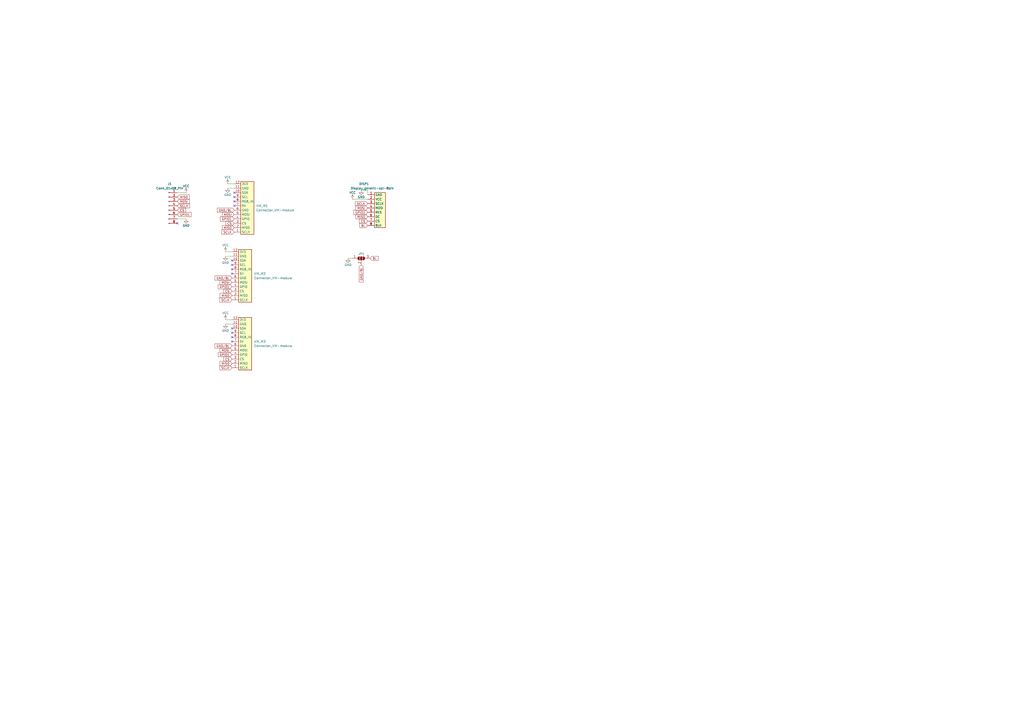
<source format=kicad_sch>
(kicad_sch (version 20230121) (generator eeschema)
  (paper "A2")
  (lib_symbols
    (symbol "Connector:Conn_01x08_Pin" (pin_names (offset 1.016) hide)
      (property "Reference" "J" (at 0 10.16 0))
      (property "Value" "Conn_01x08_Pin" (at 0 -12.7 0))
      (symbol "Conn_01x08_Pin_1_1"
        (polyline (pts (xy 1.27 -10.16) (xy 0.8636 -10.16)) (stroke (width 0.1524)))
        (polyline (pts (xy 1.27 -7.62) (xy 0.8636 -7.62)) (stroke (width 0.1524)))
        (polyline (pts (xy 1.27 -5.08) (xy 0.8636 -5.08)) (stroke (width 0.1524)))
        (polyline (pts (xy 1.27 -2.54) (xy 0.8636 -2.54)) (stroke (width 0.1524)))
        (polyline (pts (xy 1.27 0) (xy 0.8636 0)) (stroke (width 0.1524)))
        (polyline (pts (xy 1.27 2.54) (xy 0.8636 2.54)) (stroke (width 0.1524)))
        (polyline (pts (xy 1.27 5.08) (xy 0.8636 5.08)) (stroke (width 0.1524)))
        (polyline (pts (xy 1.27 7.62) (xy 0.8636 7.62)) (stroke (width 0.1524)))
        (rectangle (start 0.8636 -10.033) (end 0 -10.287) (stroke (width 0.1524)) (fill (type outline)))
        (rectangle (start 0.8636 -7.493) (end 0 -7.747) (stroke (width 0.1524)) (fill (type outline)))
        (rectangle (start 0.8636 -4.953) (end 0 -5.207) (stroke (width 0.1524)) (fill (type outline)))
        (rectangle (start 0.8636 -2.413) (end 0 -2.667) (stroke (width 0.1524)) (fill (type outline)))
        (rectangle (start 0.8636 0.127) (end 0 -0.127) (stroke (width 0.1524)) (fill (type outline)))
        (rectangle (start 0.8636 2.667) (end 0 2.413) (stroke (width 0.1524)) (fill (type outline)))
        (rectangle (start 0.8636 5.207) (end 0 4.953) (stroke (width 0.1524)) (fill (type outline)))
        (rectangle (start 0.8636 7.747) (end 0 7.493) (stroke (width 0.1524)) (fill (type outline)))
        (pin passive line (at 5.08 7.62 180) (length 3.81) (name "Pin_1") (number "1"))
        (pin passive line (at 5.08 5.08 180) (length 3.81) (name "Pin_2") (number "2"))
        (pin passive line (at 5.08 2.54 180) (length 3.81) (name "Pin_3") (number "3"))
        (pin passive line (at 5.08 0 180) (length 3.81) (name "Pin_4") (number "4"))
        (pin passive line (at 5.08 -2.54 180) (length 3.81) (name "Pin_5") (number "5"))
        (pin passive line (at 5.08 -5.08 180) (length 3.81) (name "Pin_6") (number "6"))
        (pin passive line (at 5.08 -7.62 180) (length 3.81) (name "Pin_7") (number "7"))
        (pin passive line (at 5.08 -10.16 180) (length 3.81) (name "Pin_8") (number "8"))
      )
    )
    (symbol "Jumper:SolderJumper_3_Open" (pin_names (offset 0) hide)
      (property "Reference" "JP" (at -2.54 -2.54 0))
      (property "Value" "SolderJumper_3_Open" (at 0 2.794 0))
      (symbol "SolderJumper_3_Open_0_1"
        (arc (start -1.016 1.016) (mid -2.0276 0) (end -1.016 -1.016))
        (arc (start -1.016 1.016) (mid -2.0276 0) (end -1.016 -1.016) (fill (type outline)))
        (rectangle (start -0.508 1.016) (end 0.508 -1.016) (fill (type outline)))
        (polyline (pts (xy -2.54 0) (xy -2.032 0)))
        (polyline (pts (xy -1.016 1.016) (xy -1.016 -1.016)))
        (polyline (pts (xy 0 -1.27) (xy 0 -1.016)))
        (polyline (pts (xy 1.016 1.016) (xy 1.016 -1.016)))
        (polyline (pts (xy 2.54 0) (xy 2.032 0)))
        (arc (start 1.016 -1.016) (mid 2.0276 0) (end 1.016 1.016))
        (arc (start 1.016 -1.016) (mid 2.0276 0) (end 1.016 1.016) (fill (type outline)))
      )
      (symbol "SolderJumper_3_Open_1_1"
        (pin passive line (at -5.08 0 0) (length 2.54) (name "A") (number "1"))
        (pin passive line (at 0 -3.81 90) (length 2.54) (name "C") (number "2"))
        (pin passive line (at 5.08 0 180) (length 2.54) (name "B") (number "3"))
      )
    )
    (symbol "power:GND" (power) (pin_names (offset 0))
      (property "Value" "GND" (at 0 -3.81 0))
      (symbol "GND_0_1"
        (polyline (pts (xy 0 0) (xy 0 -1.27) (xy 1.27 -1.27) (xy 0 -2.54) (xy -1.27 -1.27) (xy 0 -1.27)))
      )
      (symbol "GND_1_1"
        (pin power_in line (at 0 0 270) (length 0) hide (name "GND") (number "1"))
      )
    )
    (symbol "power:VCC" (power) (pin_names (offset 0))
      (property "Value" "VCC" (at 0 3.81 0))
      (symbol "VCC_0_1"
        (polyline (pts (xy -0.762 1.27) (xy 0 2.54)))
        (polyline (pts (xy 0 0) (xy 0 2.54)))
        (polyline (pts (xy 0 2.54) (xy 0.762 1.27)))
      )
      (symbol "VCC_1_1"
        (pin power_in line (at 0 0 90) (length 0) hide (name "VCC") (number "1"))
      )
    )
    (symbol "zzkeeb:Connector_VIK-module"
      (property "Reference" "VIK_M" (at -1.27 -19.05 0))
      (property "Value" "Connector_VIK-module" (at -1.27 -16.51 0))
      (symbol "Connector_VIK-module_1_1"
        (rectangle (start 0 16.51) (end 7.62 -13.97) (stroke (width 0.254)) (fill (type background)))
        (pin input line (at -3.81 -12.7 0) (length 3.81) (name "SCLK") (number "1"))
        (pin bidirectional line (at -3.81 10.16 0) (length 3.81) (name "SDA") (number "10"))
        (pin power_in line (at -3.81 12.7 0) (length 3.81) (name "GND") (number "11"))
        (pin power_in line (at -3.81 15.24 0) (length 3.81) (name "3V3") (number "12"))
        (pin output line (at -3.81 -10.16 0) (length 3.81) (name "MISO") (number "2"))
        (pin input line (at -3.81 -7.62 0) (length 3.81) (name "CS") (number "3"))
        (pin bidirectional line (at -3.81 -5.08 0) (length 3.81) (name "GPIO") (number "4"))
        (pin input line (at -3.81 -2.54 0) (length 3.81) (name "MOSI") (number "5"))
        (pin power_in line (at -3.81 0 0) (length 3.81) (name "GND") (number "6"))
        (pin power_in line (at -3.81 2.54 0) (length 3.81) (name "5V") (number "7"))
        (pin input line (at -3.81 5.08 0) (length 3.81) (name "RGB_IN") (number "8"))
        (pin bidirectional line (at -3.81 7.62 0) (length 3.81) (name "SCL") (number "9"))
      )
    )
    (symbol "zzkeeb:Display_generic-spi-8pin"
      (property "Reference" "J" (at 0 15.24 0))
      (property "Value" "Display_generic-spi-8pin" (at -3.81 12.7 0))
      (symbol "Display_generic-spi-8pin_1_1"
        (rectangle (start -2.54 10.16) (end 3.81 -10.16) (stroke (width 0.254)) (fill (type background)))
        (pin power_in line (at -6.35 8.89 0) (length 3.81) (name "GND") (number "1"))
        (pin power_in line (at -6.35 6.35 0) (length 3.81) (name "VCC") (number "2"))
        (pin input line (at -6.35 3.81 0) (length 3.81) (name "SCLK") (number "3"))
        (pin input line (at -6.35 1.27 0) (length 3.81) (name "MOSI") (number "4"))
        (pin input line (at -6.35 -1.27 0) (length 3.81) (name "RES") (number "5"))
        (pin input line (at -6.35 -3.81 0) (length 3.81) (name "DC") (number "6"))
        (pin input line (at -6.35 -6.35 0) (length 3.81) (name "CS") (number "7"))
        (pin input line (at -6.35 -8.89 0) (length 3.81) (name "BLK") (number "8"))
      )
    )
  )
  (no_connect (at 134.62 193.04))
  (no_connect (at 134.62 195.58))
  (no_connect (at 134.62 190.5))
  (no_connect (at 134.62 153.67))
  (no_connect (at 135.89 111.76))
  (no_connect (at 134.62 158.75))
  (no_connect (at 135.89 119.38))
  (no_connect (at 135.89 114.3))
  (no_connect (at 134.62 156.21))
  (no_connect (at 135.89 116.84))
  (no_connect (at 134.62 151.13))
  (no_connect (at 134.62 198.12))
  (no_connect (at 102.87 129.54))
  (wire (pts (xy 132.08 106.68) (xy 135.89 106.68)))
  (wire (pts (xy 213.36 110.49) (xy 213.36 113.03)))
  (wire (pts (xy 209.55 110.49) (xy 213.36 110.49)))
  (wire (pts (xy 132.08 109.22) (xy 135.89 109.22)))
  (wire (pts (xy 102.87 127) (xy 107.95 127)))
  (wire (pts (xy 102.87 111.76) (xy 107.95 111.76)))
  (wire (pts (xy 130.81 187.96) (xy 134.62 187.96)))
  (wire (pts (xy 130.81 148.59) (xy 134.62 148.59)))
  (wire (pts (xy 201.93 149.86) (xy 204.47 149.86)))
  (wire (pts (xy 204.47 115.57) (xy 213.36 115.57)))
  (wire (pts (xy 130.81 185.42) (xy 134.62 185.42)))
  (wire (pts (xy 130.81 146.05) (xy 134.62 146.05)))
  (global_label "GND{slash}BL" (shape input) (at 134.62 200.66 180) (property "Intersheetrefs" "${INTERSHEET_REFS}" (effects hide)))
  (global_label "MISO" (shape input) (at 135.89 132.08 180) (property "Intersheetrefs" "${INTERSHEET_REFS}" (effects hide)))
  (global_label "GPIO1" (shape input) (at 213.36 123.19 180) (property "Intersheetrefs" "${INTERSHEET_REFS}" (effects hide)))
  (global_label "MOSI" (shape input) (at 134.62 163.83 180) (property "Intersheetrefs" "${INTERSHEET_REFS}" (effects hide)))
  (global_label "GND{slash}BL" (shape input) (at 134.62 161.29 180) (property "Intersheetrefs" "${INTERSHEET_REFS}" (effects hide)))
  (global_label "MISO" (shape input) (at 213.36 125.73 180) (property "Intersheetrefs" "${INTERSHEET_REFS}" (effects hide)))
  (global_label "BL" (shape input) (at 214.63 149.86 0) (property "Intersheetrefs" "${INTERSHEET_REFS}" (effects hide)))
  (global_label "MISO" (shape input) (at 134.62 210.82 180) (property "Intersheetrefs" "${INTERSHEET_REFS}" (effects hide)))
  (global_label "MISO" (shape input) (at 102.87 114.3 0) (property "Intersheetrefs" "${INTERSHEET_REFS}" (effects hide)))
  (global_label "SCLK" (shape input) (at 134.62 173.99 180) (property "Intersheetrefs" "${INTERSHEET_REFS}" (effects hide)))
  (global_label "MOSI" (shape input) (at 135.89 124.46 180) (property "Intersheetrefs" "${INTERSHEET_REFS}" (effects hide)))
  (global_label "GPIO1" (shape input) (at 135.89 127 180) (property "Intersheetrefs" "${INTERSHEET_REFS}" (effects hide)))
  (global_label "GPIO1" (shape input) (at 134.62 166.37 180) (property "Intersheetrefs" "${INTERSHEET_REFS}" (effects hide)))
  (global_label "CS" (shape input) (at 213.36 128.27 180) (property "Intersheetrefs" "${INTERSHEET_REFS}" (effects hide)))
  (global_label "GPIO1" (shape input) (at 102.87 124.46 0) (property "Intersheetrefs" "${INTERSHEET_REFS}" (effects hide)))
  (global_label "CS" (shape input) (at 135.89 129.54 180) (property "Intersheetrefs" "${INTERSHEET_REFS}" (effects hide)))
  (global_label "MOSI" (shape input) (at 213.36 120.65 180) (property "Intersheetrefs" "${INTERSHEET_REFS}" (effects hide)))
  (global_label "CS" (shape input) (at 134.62 208.28 180) (property "Intersheetrefs" "${INTERSHEET_REFS}" (effects hide)))
  (global_label "SCLK" (shape input) (at 135.89 134.62 180) (property "Intersheetrefs" "${INTERSHEET_REFS}" (effects hide)))
  (global_label "SCLK" (shape input) (at 213.36 118.11 180) (property "Intersheetrefs" "${INTERSHEET_REFS}" (effects hide)))
  (global_label "GND{slash}BL" (shape input) (at 209.55 153.67 270) (property "Intersheetrefs" "${INTERSHEET_REFS}" (effects hide)))
  (global_label "GND{slash}BL" (shape input) (at 135.89 121.92 180) (property "Intersheetrefs" "${INTERSHEET_REFS}" (effects hide)))
  (global_label "BL" (shape input) (at 213.36 130.81 180) (property "Intersheetrefs" "${INTERSHEET_REFS}" (effects hide)))
  (global_label "SCLK" (shape input) (at 102.87 119.38 0) (property "Intersheetrefs" "${INTERSHEET_REFS}" (effects hide)))
  (global_label "SCLK" (shape input) (at 134.62 213.36 180) (property "Intersheetrefs" "${INTERSHEET_REFS}" (effects hide)))
  (global_label "MOSI" (shape input) (at 134.62 203.2 180) (property "Intersheetrefs" "${INTERSHEET_REFS}" (effects hide)))
  (global_label "MISO" (shape input) (at 134.62 171.45 180) (property "Intersheetrefs" "${INTERSHEET_REFS}" (effects hide)))
  (global_label "CS" (shape input) (at 134.62 168.91 180) (property "Intersheetrefs" "${INTERSHEET_REFS}" (effects hide)))
  (global_label "MOSI" (shape input) (at 102.87 116.84 0) (property "Intersheetrefs" "${INTERSHEET_REFS}" (effects hide)))
  (global_label "GPIO1" (shape input) (at 134.62 205.74 180) (property "Intersheetrefs" "${INTERSHEET_REFS}" (effects hide)))
  (global_label "CS" (shape input) (at 102.87 121.92 0) (property "Intersheetrefs" "${INTERSHEET_REFS}" (effects hide)))
  (symbol (lib_id "Jumper:SolderJumper_3_Open") (at 209.55 149.86 0) (unit 1)
    (property "Reference" "JP1" (at 209.55 147.32 0))
    (property "Value" "SolderJumper_3_Open" (effects hide))
    (property "Footprint" "Jumper:SolderJumper-3_P1.3mm_Open_RoundedPad1.0x1.5mm" (effects hide))
  )
  (symbol (lib_id "Connector:Conn_01x08_Pin") (at 97.79 119.38 0) (unit 1)
    (property "Reference" "J1" (at 98.425 106.68 0))
    (property "Value" "Conn_01x08_Pin" (at 98.425 109.22 0))
    (property "Footprint" "Connector_PinHeader_2.54mm:PinHeader_1x08_P2.54mm_Vertical" (effects hide))
  )
  (symbol (lib_id "power:GND") (at 209.55 110.49 0) (mirror y) (unit 1)
    (property "Reference" "#PWR09" (effects hide))
    (property "Value" "GND" (at 209.55 114.3 0))
  )
  (symbol (lib_id "power:VCC") (at 130.81 146.05 0) (unit 1)
    (property "Reference" "#PWR01" (effects hide))
    (property "Value" "VCC" (at 130.81 142.24 0))
  )
  (symbol (lib_id "zzkeeb:Connector_VIK-module") (at 139.7 121.92 0) (unit 1)
    (property "Reference" "VIK_M1" (at 148.59 119.38 0) (effects (justify left)))
    (property "Value" "Connector_VIK-module" (at 148.59 121.92 0) (effects (justify left)))
    (property "Footprint" "zzkeeb:Connector_VIK-horizontal-keyboard" (effects hide))
  )
  (symbol (lib_id "zzkeeb:Connector_VIK-module") (at 138.43 161.29 0) (unit 1)
    (property "Reference" "VIK_M2" (at 147.32 158.75 0) (effects (justify left)))
    (property "Value" "Connector_VIK-module" (at 147.32 161.29 0) (effects (justify left)))
    (property "Footprint" "zzkeeb:Connector_VIK-vertical-keyboard" (effects hide))
  )
  (symbol (lib_id "power:VCC") (at 204.47 115.57 0) (unit 1)
    (property "Reference" "#PWR010" (effects hide))
    (property "Value" "VCC" (at 204.47 111.76 0))
  )
  (symbol (lib_id "power:GND") (at 107.95 127 0) (mirror y) (unit 1)
    (property "Reference" "#PWR06" (effects hide))
    (property "Value" "GND" (at 107.95 130.81 0))
  )
  (symbol (lib_id "zzkeeb:Connector_VIK-module") (at 138.43 200.66 0) (unit 1)
    (property "Reference" "VIK_M3" (at 147.32 198.12 0) (effects (justify left)))
    (property "Value" "Connector_VIK-module" (at 147.32 200.66 0) (effects (justify left)))
    (property "Footprint" "zzkeeb:Connector_VIK-adapter-keyboard" (effects hide))
  )
  (symbol (lib_id "power:VCC") (at 107.95 111.76 0) (unit 1)
    (property "Reference" "#PWR05" (effects hide))
    (property "Value" "VCC" (at 107.95 107.95 0))
  )
  (symbol (lib_id "power:GND") (at 130.81 148.59 0) (mirror y) (unit 1)
    (property "Reference" "#PWR02" (effects hide))
    (property "Value" "GND" (at 130.81 152.4 0))
  )
  (symbol (lib_id "power:GND") (at 130.81 187.96 0) (mirror y) (unit 1)
    (property "Reference" "#PWR08" (effects hide))
    (property "Value" "GND" (at 130.81 191.77 0))
  )
  (symbol (lib_id "power:GND") (at 132.08 109.22 0) (mirror y) (unit 1)
    (property "Reference" "#PWR04" (effects hide))
    (property "Value" "GND" (at 132.08 113.03 0))
  )
  (symbol (lib_id "power:VCC") (at 132.08 106.68 0) (unit 1)
    (property "Reference" "#PWR03" (effects hide))
    (property "Value" "VCC" (at 132.08 102.87 0))
  )
  (symbol (lib_id "power:GND") (at 201.93 149.86 0) (mirror y) (unit 1)
    (property "Reference" "#PWR011" (effects hide))
    (property "Value" "GND" (at 201.93 153.67 0))
  )
  (symbol (lib_id "power:VCC") (at 130.81 185.42 0) (unit 1)
    (property "Reference" "#PWR07" (effects hide))
    (property "Value" "VCC" (at 130.81 181.61 0))
  )
  (symbol (lib_id "zzkeeb:Display_generic-spi-8pin") (at 219.71 121.92 0) (unit 1)
    (property "Reference" "DISP1" (at 208.28 106.68 0) (effects (justify left)))
    (property "Value" "Display_generic-spi-8pin" (at 215.9 109.22 0))
    (property "Footprint" "zzkeeb:Connector_Display-8pin-SPI-2.0mm" (effects hide))
  )
)
</source>
